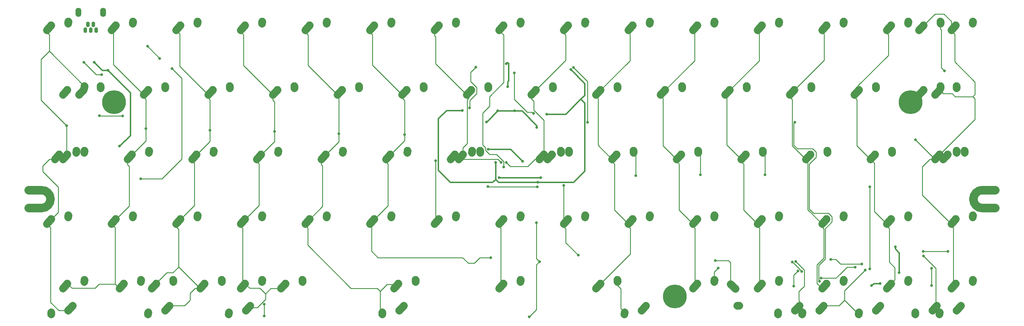
<source format=gtl>
G04 #@! TF.GenerationSoftware,KiCad,Pcbnew,(5.1.2-1)-1*
G04 #@! TF.CreationDate,2020-04-19T17:31:10+02:00*
G04 #@! TF.ProjectId,kicad_pcb,6b696361-645f-4706-9362-2e6b69636164,rev?*
G04 #@! TF.SameCoordinates,Original*
G04 #@! TF.FileFunction,Copper,L1,Top*
G04 #@! TF.FilePolarity,Positive*
%FSLAX46Y46*%
G04 Gerber Fmt 4.6, Leading zero omitted, Abs format (unit mm)*
G04 Created by KiCad (PCBNEW (5.1.2-1)-1) date 2020-04-19 17:31:10*
%MOMM*%
%LPD*%
G04 APERTURE LIST*
%ADD10C,2.501900*%
%ADD11C,7.001300*%
%ADD12C,7.000240*%
%ADD13C,1.000000*%
%ADD14C,2.250000*%
%ADD15C,2.250000*%
%ADD16O,1.700000X2.700000*%
%ADD17O,1.100000X1.650000*%
%ADD18C,0.800000*%
%ADD19C,0.381000*%
%ADD20C,0.250000*%
G04 APERTURE END LIST*
D10*
X345087500Y-93861550D02*
X348887500Y-93861550D01*
X345087500Y-99163450D02*
G75*
G02X342436550Y-96512500I0J2650950D01*
G01*
X342436550Y-96512500D02*
G75*
G02X345087500Y-93861550I2650950J0D01*
G01*
X345087500Y-99163450D02*
X348937500Y-99163450D01*
X63887500Y-99163450D02*
X67687500Y-99163450D01*
X70338450Y-96512500D02*
G75*
G03X67687500Y-93861550I-2650950J0D01*
G01*
X67687500Y-99163450D02*
G75*
G03X70338450Y-96512500I0J2650950D01*
G01*
X63887500Y-93861550D02*
X67687500Y-93861550D01*
D11*
X89087500Y-67912500D03*
D12*
X254387500Y-125212500D03*
X323937500Y-67912500D03*
D13*
X89087500Y-65612500D03*
X86787500Y-67912500D03*
X91387500Y-67912500D03*
X89087500Y-70212500D03*
X87461154Y-66286154D03*
X90713846Y-66286154D03*
X87461154Y-69538846D03*
X90713846Y-69538846D03*
X323937500Y-65612500D03*
X323937500Y-70212500D03*
X325386500Y-70294500D03*
X322465500Y-70294500D03*
X322592500Y-65595500D03*
X325386500Y-65595500D03*
D14*
X70505000Y-130202500D03*
D15*
X70525000Y-129912500D02*
X70485000Y-130492500D01*
D14*
X70485000Y-130492500D03*
X76179999Y-128682500D03*
D15*
X76835000Y-127952500D02*
X75524998Y-129412500D01*
D14*
X75525000Y-129412500D03*
X96976250Y-120622500D03*
D15*
X96956250Y-120912500D02*
X96996250Y-120332500D01*
D14*
X96996250Y-120332500D03*
X91301251Y-122142500D03*
D15*
X90646250Y-122872500D02*
X91956252Y-121412500D01*
D14*
X91956250Y-121412500D03*
X115768750Y-121412500D03*
X115113751Y-122142500D03*
D15*
X114458750Y-122872500D02*
X115768752Y-121412500D01*
D14*
X120808750Y-120332500D03*
X120788750Y-120622500D03*
D15*
X120768750Y-120912500D02*
X120808750Y-120332500D01*
D14*
X139581250Y-121412500D03*
X138926251Y-122142500D03*
D15*
X138271250Y-122872500D02*
X139581252Y-121412500D01*
D14*
X144621250Y-120332500D03*
X144601250Y-120622500D03*
D15*
X144581250Y-120912500D02*
X144621250Y-120332500D01*
D14*
X177938750Y-120622500D03*
D15*
X177918750Y-120912500D02*
X177958750Y-120332500D01*
D14*
X177958750Y-120332500D03*
X172263751Y-122142500D03*
D15*
X171608750Y-122872500D02*
X172918752Y-121412500D01*
D14*
X172918750Y-121412500D03*
X80307500Y-120622500D03*
D15*
X80287500Y-120912500D02*
X80327500Y-120332500D01*
D14*
X80327500Y-120332500D03*
X74632501Y-122142500D03*
D15*
X73977500Y-122872500D02*
X75287502Y-121412500D01*
D14*
X75287500Y-121412500D03*
X106501250Y-120622500D03*
D15*
X106481250Y-120912500D02*
X106521250Y-120332500D01*
D14*
X106521250Y-120332500D03*
X100826251Y-122142500D03*
D15*
X100171250Y-122872500D02*
X101481252Y-121412500D01*
D14*
X101481250Y-121412500D03*
X127675000Y-121412500D03*
X127020001Y-122142500D03*
D15*
X126365000Y-122872500D02*
X127675002Y-121412500D01*
D14*
X132715000Y-120332500D03*
X132695000Y-120622500D03*
D15*
X132675000Y-120912500D02*
X132715000Y-120332500D01*
D14*
X273077500Y-127932500D03*
D15*
X272787500Y-127912500D02*
X273367500Y-127952500D01*
D14*
X273367500Y-127952500D03*
X271557500Y-122257501D03*
D15*
X270827500Y-121602500D02*
X272287500Y-122912502D01*
D14*
X272287500Y-122912500D03*
X291961250Y-130202500D03*
D15*
X291981250Y-129912500D02*
X291941250Y-130492500D01*
D14*
X291941250Y-130492500D03*
X297636249Y-128682500D03*
D15*
X298291250Y-127952500D02*
X296981248Y-129412500D01*
D14*
X296981250Y-129412500D03*
X325298750Y-130202500D03*
D15*
X325318750Y-129912500D02*
X325278750Y-130492500D01*
D14*
X325278750Y-130492500D03*
X330973749Y-128682500D03*
D15*
X331628750Y-127952500D02*
X330318748Y-129412500D01*
D14*
X330318750Y-129412500D03*
X284817500Y-130202500D03*
D15*
X284837500Y-129912500D02*
X284797500Y-130492500D01*
D14*
X284797500Y-130492500D03*
X290492499Y-128682500D03*
D15*
X291147500Y-127952500D02*
X289837498Y-129412500D01*
D14*
X289837500Y-129412500D03*
X239573750Y-130202500D03*
D15*
X239593750Y-129912500D02*
X239553750Y-130492500D01*
D14*
X239553750Y-130492500D03*
X245248749Y-128682500D03*
D15*
X245903750Y-127952500D02*
X244593748Y-129412500D01*
D14*
X244593750Y-129412500D03*
X168136250Y-130202500D03*
D15*
X168156250Y-129912500D02*
X168116250Y-130492500D01*
D14*
X168116250Y-130492500D03*
X173811249Y-128682500D03*
D15*
X174466250Y-127952500D02*
X173156248Y-129412500D01*
D14*
X173156250Y-129412500D03*
X70525000Y-45212500D03*
X69870001Y-45942500D03*
D15*
X69215000Y-46672500D02*
X70525002Y-45212500D01*
D14*
X75565000Y-44132500D03*
X75545000Y-44422500D03*
D15*
X75525000Y-44712500D02*
X75565000Y-44132500D01*
D14*
X94595000Y-44422500D03*
D15*
X94575000Y-44712500D02*
X94615000Y-44132500D01*
D14*
X94615000Y-44132500D03*
X88920001Y-45942500D03*
D15*
X88265000Y-46672500D02*
X89575002Y-45212500D01*
D14*
X89575000Y-45212500D03*
X108625000Y-45212500D03*
X107970001Y-45942500D03*
D15*
X107315000Y-46672500D02*
X108625002Y-45212500D01*
D14*
X113665000Y-44132500D03*
X113645000Y-44422500D03*
D15*
X113625000Y-44712500D02*
X113665000Y-44132500D01*
D14*
X127675000Y-45212500D03*
X127020001Y-45942500D03*
D15*
X126365000Y-46672500D02*
X127675002Y-45212500D01*
D14*
X132715000Y-44132500D03*
X132695000Y-44422500D03*
D15*
X132675000Y-44712500D02*
X132715000Y-44132500D01*
D14*
X151745000Y-44422500D03*
D15*
X151725000Y-44712500D02*
X151765000Y-44132500D01*
D14*
X151765000Y-44132500D03*
X146070001Y-45942500D03*
D15*
X145415000Y-46672500D02*
X146725002Y-45212500D01*
D14*
X146725000Y-45212500D03*
X170795000Y-44422500D03*
D15*
X170775000Y-44712500D02*
X170815000Y-44132500D01*
D14*
X170815000Y-44132500D03*
X165120001Y-45942500D03*
D15*
X164465000Y-46672500D02*
X165775002Y-45212500D01*
D14*
X165775000Y-45212500D03*
X189845000Y-44422500D03*
D15*
X189825000Y-44712500D02*
X189865000Y-44132500D01*
D14*
X189865000Y-44132500D03*
X184170001Y-45942500D03*
D15*
X183515000Y-46672500D02*
X184825002Y-45212500D01*
D14*
X184825000Y-45212500D03*
X208895000Y-44422500D03*
D15*
X208875000Y-44712500D02*
X208915000Y-44132500D01*
D14*
X208915000Y-44132500D03*
X203220001Y-45942500D03*
D15*
X202565000Y-46672500D02*
X203875002Y-45212500D01*
D14*
X203875000Y-45212500D03*
X227945000Y-44422500D03*
D15*
X227925000Y-44712500D02*
X227965000Y-44132500D01*
D14*
X227965000Y-44132500D03*
X222270001Y-45942500D03*
D15*
X221615000Y-46672500D02*
X222925002Y-45212500D01*
D14*
X222925000Y-45212500D03*
X246995000Y-44422500D03*
D15*
X246975000Y-44712500D02*
X247015000Y-44132500D01*
D14*
X247015000Y-44132500D03*
X241320001Y-45942500D03*
D15*
X240665000Y-46672500D02*
X241975002Y-45212500D01*
D14*
X241975000Y-45212500D03*
X266045000Y-44422500D03*
D15*
X266025000Y-44712500D02*
X266065000Y-44132500D01*
D14*
X266065000Y-44132500D03*
X260370001Y-45942500D03*
D15*
X259715000Y-46672500D02*
X261025002Y-45212500D01*
D14*
X261025000Y-45212500D03*
X280075000Y-45212500D03*
X279420001Y-45942500D03*
D15*
X278765000Y-46672500D02*
X280075002Y-45212500D01*
D14*
X285115000Y-44132500D03*
X285095000Y-44422500D03*
D15*
X285075000Y-44712500D02*
X285115000Y-44132500D01*
D14*
X304145000Y-44422500D03*
D15*
X304125000Y-44712500D02*
X304165000Y-44132500D01*
D14*
X304165000Y-44132500D03*
X298470001Y-45942500D03*
D15*
X297815000Y-46672500D02*
X299125002Y-45212500D01*
D14*
X299125000Y-45212500D03*
X318175000Y-45212500D03*
X317520001Y-45942500D03*
D15*
X316865000Y-46672500D02*
X318175002Y-45212500D01*
D14*
X323215000Y-44132500D03*
X323195000Y-44422500D03*
D15*
X323175000Y-44712500D02*
X323215000Y-44132500D01*
D14*
X342245000Y-44422500D03*
D15*
X342225000Y-44712500D02*
X342265000Y-44132500D01*
D14*
X342265000Y-44132500D03*
X336570001Y-45942500D03*
D15*
X335915000Y-46672500D02*
X337225002Y-45212500D01*
D14*
X337225000Y-45212500D03*
X80050000Y-64262500D03*
X79395001Y-64992500D03*
D15*
X78740000Y-65722500D02*
X80050002Y-64262500D01*
D14*
X85090000Y-63182500D03*
X85070000Y-63472500D03*
D15*
X85050000Y-63762500D02*
X85090000Y-63182500D01*
D14*
X99100000Y-64262500D03*
X98445001Y-64992500D03*
D15*
X97790000Y-65722500D02*
X99100002Y-64262500D01*
D14*
X104140000Y-63182500D03*
X104120000Y-63472500D03*
D15*
X104100000Y-63762500D02*
X104140000Y-63182500D01*
D14*
X118150000Y-64262500D03*
X117495001Y-64992500D03*
D15*
X116840000Y-65722500D02*
X118150002Y-64262500D01*
D14*
X123190000Y-63182500D03*
X123170000Y-63472500D03*
D15*
X123150000Y-63762500D02*
X123190000Y-63182500D01*
D14*
X137200000Y-64262500D03*
X136545001Y-64992500D03*
D15*
X135890000Y-65722500D02*
X137200002Y-64262500D01*
D14*
X142240000Y-63182500D03*
X142220000Y-63472500D03*
D15*
X142200000Y-63762500D02*
X142240000Y-63182500D01*
D14*
X156250000Y-64262500D03*
X155595001Y-64992500D03*
D15*
X154940000Y-65722500D02*
X156250002Y-64262500D01*
D14*
X161290000Y-63182500D03*
X161270000Y-63472500D03*
D15*
X161250000Y-63762500D02*
X161290000Y-63182500D01*
D14*
X175300000Y-64262500D03*
X174645001Y-64992500D03*
D15*
X173990000Y-65722500D02*
X175300002Y-64262500D01*
D14*
X180340000Y-63182500D03*
X180320000Y-63472500D03*
D15*
X180300000Y-63762500D02*
X180340000Y-63182500D01*
D14*
X194350000Y-64262500D03*
X193695001Y-64992500D03*
D15*
X193040000Y-65722500D02*
X194350002Y-64262500D01*
D14*
X199390000Y-63182500D03*
X199370000Y-63472500D03*
D15*
X199350000Y-63762500D02*
X199390000Y-63182500D01*
D14*
X218420000Y-63472500D03*
D15*
X218400000Y-63762500D02*
X218440000Y-63182500D01*
D14*
X218440000Y-63182500D03*
X212745001Y-64992500D03*
D15*
X212090000Y-65722500D02*
X213400002Y-64262500D01*
D14*
X213400000Y-64262500D03*
X237470000Y-63472500D03*
D15*
X237450000Y-63762500D02*
X237490000Y-63182500D01*
D14*
X237490000Y-63182500D03*
X231795001Y-64992500D03*
D15*
X231140000Y-65722500D02*
X232450002Y-64262500D01*
D14*
X232450000Y-64262500D03*
X256520000Y-63472500D03*
D15*
X256500000Y-63762500D02*
X256540000Y-63182500D01*
D14*
X256540000Y-63182500D03*
X250845001Y-64992500D03*
D15*
X250190000Y-65722500D02*
X251500002Y-64262500D01*
D14*
X251500000Y-64262500D03*
X270550000Y-64262500D03*
X269895001Y-64992500D03*
D15*
X269240000Y-65722500D02*
X270550002Y-64262500D01*
D14*
X275590000Y-63182500D03*
X275570000Y-63472500D03*
D15*
X275550000Y-63762500D02*
X275590000Y-63182500D01*
D14*
X289600000Y-64262500D03*
X288945001Y-64992500D03*
D15*
X288290000Y-65722500D02*
X289600002Y-64262500D01*
D14*
X294640000Y-63182500D03*
X294620000Y-63472500D03*
D15*
X294600000Y-63762500D02*
X294640000Y-63182500D01*
D14*
X308650000Y-64262500D03*
X307995001Y-64992500D03*
D15*
X307340000Y-65722500D02*
X308650002Y-64262500D01*
D14*
X313690000Y-63182500D03*
X313670000Y-63472500D03*
D15*
X313650000Y-63762500D02*
X313690000Y-63182500D01*
D14*
X332720000Y-63472500D03*
D15*
X332700000Y-63762500D02*
X332740000Y-63182500D01*
D14*
X332740000Y-63182500D03*
X327045001Y-64992500D03*
D15*
X326390000Y-65722500D02*
X327700002Y-64262500D01*
D14*
X327700000Y-64262500D03*
X75287500Y-83312500D03*
X74632501Y-84042500D03*
D15*
X73977500Y-84772500D02*
X75287502Y-83312500D01*
D14*
X80327500Y-82232500D03*
X80307500Y-82522500D03*
D15*
X80287500Y-82812500D02*
X80327500Y-82232500D01*
D14*
X94337500Y-83312500D03*
X93682501Y-84042500D03*
D15*
X93027500Y-84772500D02*
X94337502Y-83312500D01*
D14*
X99377500Y-82232500D03*
X99357500Y-82522500D03*
D15*
X99337500Y-82812500D02*
X99377500Y-82232500D01*
D14*
X113387500Y-83312500D03*
X112732501Y-84042500D03*
D15*
X112077500Y-84772500D02*
X113387502Y-83312500D01*
D14*
X118427500Y-82232500D03*
X118407500Y-82522500D03*
D15*
X118387500Y-82812500D02*
X118427500Y-82232500D01*
D14*
X132437500Y-83312500D03*
X131782501Y-84042500D03*
D15*
X131127500Y-84772500D02*
X132437502Y-83312500D01*
D14*
X137477500Y-82232500D03*
X137457500Y-82522500D03*
D15*
X137437500Y-82812500D02*
X137477500Y-82232500D01*
D14*
X151487500Y-83312500D03*
X150832501Y-84042500D03*
D15*
X150177500Y-84772500D02*
X151487502Y-83312500D01*
D14*
X156527500Y-82232500D03*
X156507500Y-82522500D03*
D15*
X156487500Y-82812500D02*
X156527500Y-82232500D01*
D14*
X175557500Y-82522500D03*
D15*
X175537500Y-82812500D02*
X175577500Y-82232500D01*
D14*
X175577500Y-82232500D03*
X169882501Y-84042500D03*
D15*
X169227500Y-84772500D02*
X170537502Y-83312500D01*
D14*
X170537500Y-83312500D03*
X189587500Y-83312500D03*
X188932501Y-84042500D03*
D15*
X188277500Y-84772500D02*
X189587502Y-83312500D01*
D14*
X194627500Y-82232500D03*
X194607500Y-82522500D03*
D15*
X194587500Y-82812500D02*
X194627500Y-82232500D01*
D14*
X223182500Y-82522500D03*
D15*
X223162500Y-82812500D02*
X223202500Y-82232500D01*
D14*
X223202500Y-82232500D03*
X217507501Y-84042500D03*
D15*
X216852500Y-84772500D02*
X218162502Y-83312500D01*
D14*
X218162500Y-83312500D03*
X242232500Y-82522500D03*
D15*
X242212500Y-82812500D02*
X242252500Y-82232500D01*
D14*
X242252500Y-82232500D03*
X236557501Y-84042500D03*
D15*
X235902500Y-84772500D02*
X237212502Y-83312500D01*
D14*
X237212500Y-83312500D03*
X261282500Y-82522500D03*
D15*
X261262500Y-82812500D02*
X261302500Y-82232500D01*
D14*
X261302500Y-82232500D03*
X255607501Y-84042500D03*
D15*
X254952500Y-84772500D02*
X256262502Y-83312500D01*
D14*
X256262500Y-83312500D03*
X275312500Y-83312500D03*
X274657501Y-84042500D03*
D15*
X274002500Y-84772500D02*
X275312502Y-83312500D01*
D14*
X280352500Y-82232500D03*
X280332500Y-82522500D03*
D15*
X280312500Y-82812500D02*
X280352500Y-82232500D01*
D14*
X299382500Y-82522500D03*
D15*
X299362500Y-82812500D02*
X299402500Y-82232500D01*
D14*
X299402500Y-82232500D03*
X293707501Y-84042500D03*
D15*
X293052500Y-84772500D02*
X294362502Y-83312500D01*
D14*
X294362500Y-83312500D03*
X313412500Y-83312500D03*
X312757501Y-84042500D03*
D15*
X312102500Y-84772500D02*
X313412502Y-83312500D01*
D14*
X318452500Y-82232500D03*
X318432500Y-82522500D03*
D15*
X318412500Y-82812500D02*
X318452500Y-82232500D01*
D14*
X337482500Y-82522500D03*
D15*
X337462500Y-82812500D02*
X337502500Y-82232500D01*
D14*
X337502500Y-82232500D03*
X331807501Y-84042500D03*
D15*
X331152500Y-84772500D02*
X332462502Y-83312500D01*
D14*
X332462500Y-83312500D03*
X75545000Y-101572500D03*
D15*
X75525000Y-101862500D02*
X75565000Y-101282500D01*
D14*
X75565000Y-101282500D03*
X69870001Y-103092500D03*
D15*
X69215000Y-103822500D02*
X70525002Y-102362500D01*
D14*
X70525000Y-102362500D03*
X89575000Y-102362500D03*
X88920001Y-103092500D03*
D15*
X88265000Y-103822500D02*
X89575002Y-102362500D01*
D14*
X94615000Y-101282500D03*
X94595000Y-101572500D03*
D15*
X94575000Y-101862500D02*
X94615000Y-101282500D01*
D14*
X108625000Y-102362500D03*
X107970001Y-103092500D03*
D15*
X107315000Y-103822500D02*
X108625002Y-102362500D01*
D14*
X113665000Y-101282500D03*
X113645000Y-101572500D03*
D15*
X113625000Y-101862500D02*
X113665000Y-101282500D01*
D14*
X127675000Y-102362500D03*
X127020001Y-103092500D03*
D15*
X126365000Y-103822500D02*
X127675002Y-102362500D01*
D14*
X132715000Y-101282500D03*
X132695000Y-101572500D03*
D15*
X132675000Y-101862500D02*
X132715000Y-101282500D01*
D14*
X146725000Y-102362500D03*
X146070001Y-103092500D03*
D15*
X145415000Y-103822500D02*
X146725002Y-102362500D01*
D14*
X151765000Y-101282500D03*
X151745000Y-101572500D03*
D15*
X151725000Y-101862500D02*
X151765000Y-101282500D01*
D14*
X165775000Y-102362500D03*
X165120001Y-103092500D03*
D15*
X164465000Y-103822500D02*
X165775002Y-102362500D01*
D14*
X170815000Y-101282500D03*
X170795000Y-101572500D03*
D15*
X170775000Y-101862500D02*
X170815000Y-101282500D01*
D14*
X189845000Y-101572500D03*
D15*
X189825000Y-101862500D02*
X189865000Y-101282500D01*
D14*
X189865000Y-101282500D03*
X184170001Y-103092500D03*
D15*
X183515000Y-103822500D02*
X184825002Y-102362500D01*
D14*
X184825000Y-102362500D03*
X208895000Y-101572500D03*
D15*
X208875000Y-101862500D02*
X208915000Y-101282500D01*
D14*
X208915000Y-101282500D03*
X203220001Y-103092500D03*
D15*
X202565000Y-103822500D02*
X203875002Y-102362500D01*
D14*
X203875000Y-102362500D03*
X222925000Y-102362500D03*
X222270001Y-103092500D03*
D15*
X221615000Y-103822500D02*
X222925002Y-102362500D01*
D14*
X227965000Y-101282500D03*
X227945000Y-101572500D03*
D15*
X227925000Y-101862500D02*
X227965000Y-101282500D01*
D14*
X246995000Y-101572500D03*
D15*
X246975000Y-101862500D02*
X247015000Y-101282500D01*
D14*
X247015000Y-101282500D03*
X241320001Y-103092500D03*
D15*
X240665000Y-103822500D02*
X241975002Y-102362500D01*
D14*
X241975000Y-102362500D03*
X266045000Y-101572500D03*
D15*
X266025000Y-101862500D02*
X266065000Y-101282500D01*
D14*
X266065000Y-101282500D03*
X260370001Y-103092500D03*
D15*
X259715000Y-103822500D02*
X261025002Y-102362500D01*
D14*
X261025000Y-102362500D03*
X280075000Y-102362500D03*
X279420001Y-103092500D03*
D15*
X278765000Y-103822500D02*
X280075002Y-102362500D01*
D14*
X285115000Y-101282500D03*
X285095000Y-101572500D03*
D15*
X285075000Y-101862500D02*
X285115000Y-101282500D01*
D14*
X304145000Y-101572500D03*
D15*
X304125000Y-101862500D02*
X304165000Y-101282500D01*
D14*
X304165000Y-101282500D03*
X298470001Y-103092500D03*
D15*
X297815000Y-103822500D02*
X299125002Y-102362500D01*
D14*
X299125000Y-102362500D03*
X323195000Y-101572500D03*
D15*
X323175000Y-101862500D02*
X323215000Y-101282500D01*
D14*
X323215000Y-101282500D03*
X317520001Y-103092500D03*
D15*
X316865000Y-103822500D02*
X318175002Y-102362500D01*
D14*
X318175000Y-102362500D03*
X342245000Y-101572500D03*
D15*
X342225000Y-101862500D02*
X342265000Y-101282500D01*
D14*
X342265000Y-101282500D03*
X336570001Y-103092500D03*
D15*
X335915000Y-103822500D02*
X337225002Y-102362500D01*
D14*
X337225000Y-102362500D03*
X203875000Y-121412500D03*
X203220001Y-122142500D03*
D15*
X202565000Y-122872500D02*
X203875002Y-121412500D01*
D14*
X208915000Y-120332500D03*
X208895000Y-120622500D03*
D15*
X208875000Y-120912500D02*
X208915000Y-120332500D01*
D14*
X237470000Y-120622500D03*
D15*
X237450000Y-120912500D02*
X237490000Y-120332500D01*
D14*
X237490000Y-120332500D03*
X231795001Y-122142500D03*
D15*
X231140000Y-122872500D02*
X232450002Y-121412500D01*
D14*
X232450000Y-121412500D03*
X266045000Y-120622500D03*
D15*
X266025000Y-120912500D02*
X266065000Y-120332500D01*
D14*
X266065000Y-120332500D03*
X260370001Y-122142500D03*
D15*
X259715000Y-122872500D02*
X261025002Y-121412500D01*
D14*
X261025000Y-121412500D03*
X280075000Y-121412500D03*
X279420001Y-122142500D03*
D15*
X278765000Y-122872500D02*
X280075002Y-121412500D01*
D14*
X285115000Y-120332500D03*
X285095000Y-120622500D03*
D15*
X285075000Y-120912500D02*
X285115000Y-120332500D01*
D14*
X304145000Y-120622500D03*
D15*
X304125000Y-120912500D02*
X304165000Y-120332500D01*
D14*
X304165000Y-120332500D03*
X298470001Y-122142500D03*
D15*
X297815000Y-122872500D02*
X299125002Y-121412500D01*
D14*
X299125000Y-121412500D03*
X323195000Y-120622500D03*
D15*
X323175000Y-120912500D02*
X323215000Y-120332500D01*
D14*
X323215000Y-120332500D03*
X317520001Y-122142500D03*
D15*
X316865000Y-122872500D02*
X318175002Y-121412500D01*
D14*
X318175000Y-121412500D03*
X342245000Y-120622500D03*
D15*
X342225000Y-120912500D02*
X342265000Y-120332500D01*
D14*
X342265000Y-120332500D03*
X336570001Y-122142500D03*
D15*
X335915000Y-122872500D02*
X337225002Y-121412500D01*
D14*
X337225000Y-121412500D03*
X80307500Y-63472500D03*
D15*
X80287500Y-63762500D02*
X80327500Y-63182500D01*
D14*
X80327500Y-63182500D03*
X74632501Y-64992500D03*
D15*
X73977500Y-65722500D02*
X75287502Y-64262500D01*
D14*
X75287500Y-64262500D03*
X332462500Y-64262500D03*
X331807501Y-64992500D03*
D15*
X331152500Y-65722500D02*
X332462502Y-64262500D01*
D14*
X337502500Y-63182500D03*
X337482500Y-63472500D03*
D15*
X337462500Y-63762500D02*
X337502500Y-63182500D01*
D14*
X77926250Y-82522500D03*
D15*
X77906250Y-82812500D02*
X77946250Y-82232500D01*
D14*
X77946250Y-82232500D03*
X72251251Y-84042500D03*
D15*
X71596250Y-84772500D02*
X72906252Y-83312500D01*
D14*
X72906250Y-83312500D03*
X191968750Y-83312500D03*
X191313751Y-84042500D03*
D15*
X190658750Y-84772500D02*
X191968752Y-83312500D01*
D14*
X197008750Y-82232500D03*
X196988750Y-82522500D03*
D15*
X196968750Y-82812500D02*
X197008750Y-82232500D01*
D14*
X220801250Y-82522500D03*
D15*
X220781250Y-82812500D02*
X220821250Y-82232500D01*
D14*
X220821250Y-82232500D03*
X215126251Y-84042500D03*
D15*
X214471250Y-84772500D02*
X215781252Y-83312500D01*
D14*
X215781250Y-83312500D03*
X334843750Y-83312500D03*
X334188751Y-84042500D03*
D15*
X333533750Y-84772500D02*
X334843752Y-83312500D01*
D14*
X339883750Y-82232500D03*
X339863750Y-82522500D03*
D15*
X339843750Y-82812500D02*
X339883750Y-82232500D01*
D14*
X332720000Y-44422500D03*
D15*
X332700000Y-44712500D02*
X332740000Y-44132500D01*
D14*
X332740000Y-44132500D03*
X327045001Y-45942500D03*
D15*
X326390000Y-46672500D02*
X327700002Y-45212500D01*
D14*
X327700000Y-45212500D03*
X308630000Y-130202500D03*
D15*
X308650000Y-129912500D02*
X308610000Y-130492500D01*
D14*
X308610000Y-130492500D03*
X314304999Y-128682500D03*
D15*
X314960000Y-127952500D02*
X313649998Y-129412500D01*
D14*
X313650000Y-129412500D03*
X104100000Y-129412500D03*
X104754999Y-128682500D03*
D15*
X105410000Y-127952500D02*
X104099998Y-129412500D01*
D14*
X99060000Y-130492500D03*
X99080000Y-130202500D03*
D15*
X99100000Y-129912500D02*
X99060000Y-130492500D01*
D14*
X122892500Y-130202500D03*
D15*
X122912500Y-129912500D02*
X122872500Y-130492500D01*
D14*
X122872500Y-130492500D03*
X128567499Y-128682500D03*
D15*
X129222500Y-127952500D02*
X127912498Y-129412500D01*
D14*
X127912500Y-129412500D03*
X332442500Y-130202500D03*
D15*
X332462500Y-129912500D02*
X332422500Y-130492500D01*
D14*
X332422500Y-130492500D03*
X338117499Y-128682500D03*
D15*
X338772500Y-127952500D02*
X337462498Y-129412500D01*
D14*
X337462500Y-129412500D03*
X208895000Y-120622500D03*
D15*
X208875000Y-120912500D02*
X208915000Y-120332500D01*
D14*
X208915000Y-120332500D03*
X203220001Y-122142500D03*
D15*
X202565000Y-122872500D02*
X203875002Y-121412500D01*
D14*
X203875000Y-121412500D03*
X208895000Y-101572500D03*
D15*
X208875000Y-101862500D02*
X208915000Y-101282500D01*
D14*
X208915000Y-101282500D03*
X203220001Y-103092500D03*
D15*
X202565000Y-103822500D02*
X203875002Y-102362500D01*
D14*
X203875000Y-102362500D03*
D16*
X85819000Y-41374000D03*
X78519000Y-41374000D03*
D17*
X83769000Y-46674000D03*
X82969000Y-44974000D03*
X82169000Y-46674000D03*
X81369000Y-44974000D03*
X80569000Y-46674000D03*
D18*
X202565000Y-90170000D03*
X214884000Y-90170000D03*
X204700000Y-56560500D03*
X205105000Y-63373000D03*
X319405000Y-110617000D03*
X320548000Y-118237000D03*
X314960000Y-121412000D03*
X312420000Y-122047000D03*
X213995000Y-91567000D03*
X191770000Y-70358000D03*
X90678000Y-80899000D03*
X216693750Y-71437500D03*
X201553653Y-85720347D03*
X87247500Y-58548500D03*
X198882000Y-73787000D03*
X202184000Y-70485000D03*
X207137000Y-70485000D03*
X209550000Y-85344000D03*
X199353000Y-81788000D03*
X213690500Y-75387500D03*
X83185000Y-56134000D03*
X223755130Y-58285490D03*
X102554250Y-55056250D03*
X98933000Y-51435000D03*
X75102499Y-74884501D03*
X98425000Y-75692000D03*
X212725000Y-71247000D03*
X106172000Y-58010500D03*
X96901000Y-90551000D03*
X207100001Y-59272001D03*
X85420520Y-59766520D03*
X80137000Y-56134000D03*
X117348000Y-76200000D03*
X136394510Y-76577510D03*
X155321000Y-77216000D03*
X174752000Y-77470000D03*
X266319000Y-114681000D03*
X200152000Y-113792000D03*
X203975000Y-87008000D03*
X290068000Y-114935000D03*
X309499000Y-115697000D03*
X300355000Y-114300000D03*
X325362459Y-78982459D03*
X91568750Y-71943750D03*
X84709000Y-71882000D03*
X333883000Y-58674000D03*
X242887500Y-89598500D03*
X261937500Y-89344500D03*
X280987500Y-89344500D03*
X133354653Y-127512653D03*
X133350000Y-130968750D03*
X267208000Y-116840000D03*
X193908314Y-69632999D03*
X228695250Y-73818750D03*
X289782250Y-73818750D03*
X297073990Y-120777000D03*
X195707000Y-57560490D03*
X224536000Y-57658000D03*
X213848275Y-92856725D03*
X199263000Y-92837000D03*
X311912000Y-117094000D03*
X311880250Y-92868750D03*
X213614000Y-103505000D03*
X214503000Y-114955990D03*
X211516750Y-131256250D03*
X289072367Y-115028373D03*
X297524000Y-119813596D03*
X307594000Y-116586000D03*
X291846000Y-117856000D03*
X327691750Y-111918750D03*
X334930750Y-111918750D03*
X183867500Y-85217000D03*
X203200000Y-85725000D03*
X221615000Y-92456000D03*
X204724000Y-85725000D03*
X225933000Y-113055980D03*
X327706970Y-113330970D03*
X289433000Y-122211000D03*
X290699322Y-117732204D03*
X330073000Y-122047000D03*
X330073000Y-116967000D03*
X310515000Y-117475000D03*
D19*
X202565000Y-90170000D02*
X214884000Y-90170000D01*
X204700000Y-56560500D02*
X204999500Y-56261000D01*
X204999500Y-56261000D02*
X205105000Y-56261000D01*
X205105000Y-56261000D02*
X205359000Y-56515000D01*
X205359000Y-56515000D02*
X205359000Y-61595000D01*
X205105000Y-61849000D02*
X205105000Y-63373000D01*
X205359000Y-61595000D02*
X205105000Y-61849000D01*
X319405000Y-111182685D02*
X320548000Y-112325685D01*
X319405000Y-110617000D02*
X319405000Y-111182685D01*
X320548000Y-112325685D02*
X320548000Y-118237000D01*
X313055000Y-121412000D02*
X312420000Y-122047000D01*
X314960000Y-121412000D02*
X313055000Y-121412000D01*
X227838000Y-69088000D02*
X227838000Y-88265000D01*
X224536000Y-91567000D02*
X213995000Y-91567000D01*
X227838000Y-88265000D02*
X224536000Y-91567000D01*
X184658000Y-88011000D02*
X188214000Y-91567000D01*
X204851000Y-91567000D02*
X213995000Y-91567000D01*
X184658000Y-72771000D02*
X184658000Y-88011000D01*
X187071000Y-70358000D02*
X184658000Y-72771000D01*
X191770000Y-70358000D02*
X187071000Y-70358000D01*
X216693750Y-71437500D02*
X222250000Y-71437500D01*
X201553653Y-86286032D02*
X201549000Y-86290685D01*
X201553653Y-85720347D02*
X201553653Y-86286032D01*
X93853000Y-65151000D02*
X87503000Y-58801000D01*
X87503000Y-58801000D02*
X87500000Y-58801000D01*
X93853000Y-77724000D02*
X93853000Y-65151000D01*
X87500000Y-58801000D02*
X87247500Y-58548500D01*
X90678000Y-80899000D02*
X93853000Y-77724000D01*
X87247500Y-58548500D02*
X87247500Y-58545500D01*
X226726750Y-67087750D02*
X227838000Y-68199000D01*
X226599750Y-67087750D02*
X226726750Y-67087750D01*
X227838000Y-68199000D02*
X227838000Y-69088000D01*
X222250000Y-71437500D02*
X226599750Y-67087750D01*
X201549000Y-90678000D02*
X202438000Y-91567000D01*
X201549000Y-90297000D02*
X201549000Y-90678000D01*
X202438000Y-91567000D02*
X204851000Y-91567000D01*
X201549000Y-86290685D02*
X201549000Y-90297000D01*
X201549000Y-90678000D02*
X200660000Y-91567000D01*
X188214000Y-91567000D02*
X200660000Y-91567000D01*
X198882000Y-73787000D02*
X199281999Y-73387001D01*
X199281999Y-73387001D02*
X202184000Y-70485000D01*
X202184000Y-70485000D02*
X207137000Y-70485000D01*
X205994000Y-81788000D02*
X199353000Y-81788000D01*
X209550000Y-85344000D02*
X205994000Y-81788000D01*
X207702685Y-70485000D02*
X207137000Y-70485000D01*
X209353685Y-70485000D02*
X207702685Y-70485000D01*
X213690500Y-74821815D02*
X209353685Y-70485000D01*
X213690500Y-75387500D02*
X213690500Y-74821815D01*
X85599500Y-58548500D02*
X83185000Y-56134000D01*
X87247500Y-58548500D02*
X85599500Y-58548500D01*
X227838000Y-62368360D02*
X223755130Y-58285490D01*
X227838000Y-65849500D02*
X227838000Y-62368360D01*
X226599750Y-67087750D02*
X227838000Y-65849500D01*
D20*
X102554250Y-55056250D02*
X98933000Y-51435000D01*
X69215000Y-46672500D02*
X69215000Y-46863000D01*
X69215000Y-46863000D02*
X69596000Y-47244000D01*
X73977500Y-84772500D02*
X75102499Y-83647501D01*
X73977500Y-84772500D02*
X71596250Y-84772500D01*
X70005260Y-84772500D02*
X68072000Y-86705760D01*
X71596250Y-84772500D02*
X70005260Y-84772500D01*
X68072000Y-86705760D02*
X68072000Y-88392000D01*
X68072000Y-88392000D02*
X72644000Y-92964000D01*
X72644000Y-100393500D02*
X69215000Y-103822500D01*
X72644000Y-92964000D02*
X72644000Y-100393500D01*
X75102499Y-83647501D02*
X75102499Y-74884501D01*
X70339999Y-126981999D02*
X72771000Y-129413000D01*
X72771500Y-129412500D02*
X75525000Y-129412500D01*
X70339999Y-104947499D02*
X70339999Y-126981999D01*
X72771000Y-129413000D02*
X72771500Y-129412500D01*
X69215000Y-103822500D02*
X70339999Y-104947499D01*
X69215000Y-46672500D02*
X69215000Y-47244000D01*
X69215000Y-47244000D02*
X69977000Y-48006000D01*
X80287500Y-63142500D02*
X80287500Y-63762500D01*
X69977000Y-52832000D02*
X80287500Y-63142500D01*
X69977000Y-48006000D02*
X69977000Y-52832000D01*
X75102499Y-74884501D02*
X67527998Y-67310000D01*
X67527998Y-55281002D02*
X69977000Y-52832000D01*
X67527998Y-67310000D02*
X67527998Y-55281002D01*
X89389999Y-104947499D02*
X89389999Y-121616249D01*
X89389999Y-121616249D02*
X90646250Y-122872500D01*
X88265000Y-103822500D02*
X89389999Y-104947499D01*
X93027500Y-86363490D02*
X93532010Y-86868000D01*
X93027500Y-84772500D02*
X93027500Y-86363490D01*
X93532010Y-98555490D02*
X88265000Y-103822500D01*
X93532010Y-86868000D02*
X93532010Y-98555490D01*
X97790000Y-65722500D02*
X97790000Y-66421000D01*
X97790000Y-66421000D02*
X98425000Y-67056000D01*
X98425000Y-79375000D02*
X93027500Y-84772500D01*
X88265000Y-46672500D02*
X88265000Y-47117000D01*
X88265000Y-47117000D02*
X88900000Y-47752000D01*
X88900000Y-56832500D02*
X97790000Y-65722500D01*
X88900000Y-47752000D02*
X88900000Y-56832500D01*
X98425000Y-75692000D02*
X98425000Y-79375000D01*
X98425000Y-67056000D02*
X98425000Y-75692000D01*
X89389999Y-121616249D02*
X84631751Y-121616249D01*
X84631751Y-121616249D02*
X83439000Y-122809000D01*
X76684000Y-122809000D02*
X75287500Y-121412500D01*
X83439000Y-122809000D02*
X76684000Y-122809000D01*
X212325001Y-70847001D02*
X210928001Y-70847001D01*
X212725000Y-71247000D02*
X212325001Y-70847001D01*
X210928001Y-70847001D02*
X207100001Y-67019001D01*
X106172000Y-58010500D02*
X109029500Y-60868000D01*
X109029500Y-60868000D02*
X109029500Y-84709000D01*
X103187500Y-90551000D02*
X96901000Y-90551000D01*
X109029500Y-84709000D02*
X103187500Y-90551000D01*
X207100001Y-67019001D02*
X207100001Y-59272001D01*
X83769520Y-59766520D02*
X80137000Y-56134000D01*
X85420520Y-59766520D02*
X83769520Y-59766520D01*
X112077500Y-84772500D02*
X112077500Y-85280500D01*
X112077500Y-85280500D02*
X112776000Y-85979000D01*
X112776000Y-98361500D02*
X107315000Y-103822500D01*
X112776000Y-85979000D02*
X112776000Y-98361500D01*
X116840000Y-65722500D02*
X116840000Y-66675000D01*
X116840000Y-66675000D02*
X117348000Y-67183000D01*
X117348000Y-79502000D02*
X112077500Y-84772500D01*
X107315000Y-103822500D02*
X107315000Y-104648000D01*
X107315000Y-104648000D02*
X108077000Y-105410000D01*
X108077000Y-116490750D02*
X114458750Y-122872500D01*
X108077000Y-105410000D02*
X108077000Y-116490750D01*
X108439999Y-57322499D02*
X116840000Y-65722500D01*
X108439999Y-47797499D02*
X108439999Y-57322499D01*
X107315000Y-46672500D02*
X108439999Y-47797499D01*
X117348000Y-76200000D02*
X117348000Y-79502000D01*
X117348000Y-67183000D02*
X117348000Y-76200000D01*
X108077000Y-116490750D02*
X108077000Y-116586000D01*
X108077000Y-116586000D02*
X106426000Y-118237000D01*
X100171250Y-122722500D02*
X100171250Y-122872500D01*
X104656750Y-118237000D02*
X100171250Y-122722500D01*
X106426000Y-118237000D02*
X104656750Y-118237000D01*
X114458750Y-122872500D02*
X112966500Y-122872500D01*
X112966500Y-122872500D02*
X111506000Y-124333000D01*
X111506000Y-124333000D02*
X111506000Y-126365000D01*
X109918500Y-127952500D02*
X105410000Y-127952500D01*
X111506000Y-126365000D02*
X109918500Y-127952500D01*
X135890000Y-67313490D02*
X136394510Y-67818000D01*
X135890000Y-65722500D02*
X135890000Y-67313490D01*
X136394510Y-79505490D02*
X131127500Y-84772500D01*
X131127500Y-84772500D02*
X131127500Y-85407500D01*
X131127500Y-85407500D02*
X131826000Y-86106000D01*
X131826000Y-98361500D02*
X126365000Y-103822500D01*
X131826000Y-86106000D02*
X131826000Y-98361500D01*
X126365000Y-103822500D02*
X126365000Y-104394000D01*
X126365000Y-103822500D02*
X126365000Y-104521000D01*
X126365000Y-104521000D02*
X127000000Y-105156000D01*
X127000000Y-105156000D02*
X127000000Y-111601250D01*
X126365000Y-46672500D02*
X126365000Y-47117000D01*
X126365000Y-47117000D02*
X127254000Y-48006000D01*
X127254000Y-57086500D02*
X135890000Y-65722500D01*
X127254000Y-48006000D02*
X127254000Y-57086500D01*
X136394510Y-76577510D02*
X136394510Y-79505490D01*
X136394510Y-67818000D02*
X136394510Y-76577510D01*
X127000000Y-111601250D02*
X127000000Y-111633000D01*
X129222500Y-127952500D02*
X129603500Y-127952500D01*
X129603500Y-127952500D02*
X130175000Y-128524000D01*
X130175000Y-128524000D02*
X131318000Y-128524000D01*
X131318000Y-128524000D02*
X133731000Y-126111000D01*
X133731000Y-126111000D02*
X133731000Y-124460000D01*
X135318500Y-122872500D02*
X138271250Y-122872500D01*
X133731000Y-124460000D02*
X135318500Y-122872500D01*
X129071500Y-122809000D02*
X127675000Y-121412500D01*
X132080000Y-122809000D02*
X129071500Y-122809000D01*
X133731000Y-124460000D02*
X132080000Y-122809000D01*
X127000000Y-120737500D02*
X127675000Y-121412500D01*
X127000000Y-111601250D02*
X127000000Y-120737500D01*
X154940000Y-65722500D02*
X154940000Y-66421000D01*
X154940000Y-66421000D02*
X155321000Y-66802000D01*
X155321000Y-79629000D02*
X150177500Y-84772500D01*
X150177500Y-86363490D02*
X150555010Y-86741000D01*
X150177500Y-84772500D02*
X150177500Y-86363490D01*
X150555010Y-98682490D02*
X145415000Y-103822500D01*
X150555010Y-86741000D02*
X150555010Y-98682490D01*
X145415000Y-46672500D02*
X145415000Y-47244000D01*
X145415000Y-47244000D02*
X146304000Y-48133000D01*
X146304000Y-57086500D02*
X154940000Y-65722500D01*
X146304000Y-48133000D02*
X146304000Y-57086500D01*
X155321000Y-77216000D02*
X155321000Y-79629000D01*
X155321000Y-66802000D02*
X155321000Y-77216000D01*
X167513000Y-129269250D02*
X168156250Y-129912500D01*
X169545000Y-121666000D02*
X167513000Y-123698000D01*
X171608750Y-122078750D02*
X171196000Y-121666000D01*
X171196000Y-121666000D02*
X169545000Y-121666000D01*
X167513000Y-123698000D02*
X167513000Y-129269250D01*
X171608750Y-122872500D02*
X171608750Y-122078750D01*
X146177000Y-110109000D02*
X146177000Y-105029000D01*
X145415000Y-104267000D02*
X145415000Y-103822500D01*
X158940500Y-122872500D02*
X146177000Y-110109000D01*
X146177000Y-105029000D02*
X145415000Y-104267000D01*
X166687500Y-122872500D02*
X158940500Y-122872500D01*
X167513000Y-123698000D02*
X166687500Y-122872500D01*
X164465000Y-46672500D02*
X164465000Y-47244000D01*
X164465000Y-47244000D02*
X165227000Y-48006000D01*
X165227000Y-56959500D02*
X173990000Y-65722500D01*
X165227000Y-48006000D02*
X165227000Y-56959500D01*
X173990000Y-65722500D02*
X173990000Y-66675000D01*
X173990000Y-66675000D02*
X174752000Y-67437000D01*
X174752000Y-79248000D02*
X169227500Y-84772500D01*
X169227500Y-84772500D02*
X169227500Y-85534500D01*
X169227500Y-85534500D02*
X169799000Y-86106000D01*
X169799000Y-98488500D02*
X164465000Y-103822500D01*
X169799000Y-86106000D02*
X169799000Y-98488500D01*
X174752000Y-77470000D02*
X174752000Y-79248000D01*
X174752000Y-67437000D02*
X174752000Y-77470000D01*
X195303960Y-115443000D02*
X196965980Y-113780980D01*
X191885980Y-113780980D02*
X193548000Y-115443000D01*
X200140980Y-113780980D02*
X200152000Y-113792000D01*
X166866980Y-113780980D02*
X191885980Y-113780980D01*
X164973000Y-111887000D02*
X166866980Y-113780980D01*
X196965980Y-113780980D02*
X200140980Y-113780980D01*
X164973000Y-104648000D02*
X164973000Y-111887000D01*
X193548000Y-115443000D02*
X195303960Y-115443000D01*
X164465000Y-104140000D02*
X164973000Y-104648000D01*
X164465000Y-103822500D02*
X164465000Y-104140000D01*
X270827500Y-121602500D02*
X270827500Y-115252500D01*
X270256000Y-114681000D02*
X266319000Y-114681000D01*
X270827500Y-115252500D02*
X270256000Y-114681000D01*
X203073000Y-122364500D02*
X202565000Y-122872500D01*
X203073000Y-105029000D02*
X203073000Y-122364500D01*
X202565000Y-104521000D02*
X203073000Y-105029000D01*
X202565000Y-103822500D02*
X202565000Y-104521000D01*
X291147500Y-128102500D02*
X291147500Y-127952500D01*
X291981250Y-129912500D02*
X291981250Y-130310250D01*
X199771000Y-66294000D02*
X203975000Y-62090000D01*
X203975000Y-62090000D02*
X203975000Y-48082500D01*
X197739000Y-80518000D02*
X197739000Y-71120000D01*
X199771000Y-69088000D02*
X199771000Y-66294000D01*
X201860002Y-83312000D02*
X199771000Y-83312000D01*
X197739000Y-71120000D02*
X199771000Y-69088000D01*
X198628000Y-81407000D02*
X197739000Y-80518000D01*
X203975000Y-48082500D02*
X202565000Y-46672500D01*
X198628000Y-82169000D02*
X198628000Y-81407000D01*
X199771000Y-83312000D02*
X198628000Y-82169000D01*
X203975000Y-85426998D02*
X201860002Y-83312000D01*
X203975000Y-87008000D02*
X203975000Y-85426998D01*
X309499000Y-115697000D02*
X303276000Y-115697000D01*
X301879000Y-114300000D02*
X300355000Y-114300000D01*
X303276000Y-115697000D02*
X301879000Y-114300000D01*
X291147500Y-126555500D02*
X291147500Y-127952500D01*
X290957000Y-123825000D02*
X290957000Y-126365000D01*
X292608000Y-122174000D02*
X290957000Y-123825000D01*
X290957000Y-126365000D02*
X291147500Y-126555500D01*
X292608000Y-117475000D02*
X292608000Y-122174000D01*
X290068000Y-114935000D02*
X292608000Y-117475000D01*
X240665000Y-46672500D02*
X240665000Y-47244000D01*
X240665000Y-47244000D02*
X241173000Y-47752000D01*
X241173000Y-55689500D02*
X231140000Y-65722500D01*
X241173000Y-47752000D02*
X241173000Y-55689500D01*
X231140000Y-65722500D02*
X231140000Y-66167000D01*
X231140000Y-66167000D02*
X231775000Y-66802000D01*
X231775000Y-80645000D02*
X235902500Y-84772500D01*
X231775000Y-66802000D02*
X231775000Y-80645000D01*
X235902500Y-84772500D02*
X235902500Y-85407500D01*
X235902500Y-85407500D02*
X236601000Y-86106000D01*
X236601000Y-99758500D02*
X240665000Y-103822500D01*
X236601000Y-86106000D02*
X236601000Y-99758500D01*
X240665000Y-103822500D02*
X240665000Y-104521000D01*
X240665000Y-104521000D02*
X241300000Y-105156000D01*
X241300000Y-112712500D02*
X231140000Y-122872500D01*
X241300000Y-105156000D02*
X241300000Y-112712500D01*
X259715000Y-46672500D02*
X259715000Y-47117000D01*
X259715000Y-47117000D02*
X260223000Y-47625000D01*
X260223000Y-55689500D02*
X250190000Y-65722500D01*
X260223000Y-47625000D02*
X260223000Y-55689500D01*
X250190000Y-65722500D02*
X250190000Y-66040000D01*
X250190000Y-66040000D02*
X250952000Y-66802000D01*
X250952000Y-80772000D02*
X254952500Y-84772500D01*
X250952000Y-66802000D02*
X250952000Y-80772000D01*
X254952500Y-84772500D02*
X254952500Y-85407500D01*
X254952500Y-85407500D02*
X255651000Y-86106000D01*
X255651000Y-99758500D02*
X259715000Y-103822500D01*
X255651000Y-86106000D02*
X255651000Y-99758500D01*
X260350000Y-122237500D02*
X259715000Y-122872500D01*
X260350000Y-105156000D02*
X260350000Y-122237500D01*
X259715000Y-104521000D02*
X260350000Y-105156000D01*
X259715000Y-103822500D02*
X259715000Y-104521000D01*
X278765000Y-46672500D02*
X278765000Y-47244000D01*
X278765000Y-47244000D02*
X279273000Y-47752000D01*
X279273000Y-55689500D02*
X269240000Y-65722500D01*
X279273000Y-47752000D02*
X279273000Y-55689500D01*
X269240000Y-65722500D02*
X269240000Y-66167000D01*
X269240000Y-66167000D02*
X269748000Y-66675000D01*
X269748000Y-80518000D02*
X274002500Y-84772500D01*
X269748000Y-66675000D02*
X269748000Y-80518000D01*
X274002500Y-84772500D02*
X274002500Y-85407500D01*
X274002500Y-85407500D02*
X274701000Y-86106000D01*
X274701000Y-99758500D02*
X278765000Y-103822500D01*
X274701000Y-86106000D02*
X274701000Y-99758500D01*
X279400000Y-122237500D02*
X278765000Y-122872500D01*
X279400000Y-105029000D02*
X279400000Y-122237500D01*
X278765000Y-104394000D02*
X279400000Y-105029000D01*
X278765000Y-103822500D02*
X278765000Y-104394000D01*
X297815000Y-46672500D02*
X297815000Y-47244000D01*
X297815000Y-47244000D02*
X298450000Y-47879000D01*
X298450000Y-55562500D02*
X288290000Y-65722500D01*
X298450000Y-47879000D02*
X298450000Y-55562500D01*
X293624000Y-99631500D02*
X297815000Y-103822500D01*
X293624000Y-85852000D02*
X293624000Y-99631500D01*
X288290000Y-65722500D02*
X288290000Y-66421000D01*
X288290000Y-66421000D02*
X289052000Y-67183000D01*
X289052000Y-67183000D02*
X289052000Y-80772000D01*
X298323000Y-122364500D02*
X297815000Y-122872500D01*
X297815000Y-104775000D02*
X298323000Y-105283000D01*
X297815000Y-103822500D02*
X297815000Y-104775000D01*
X296690001Y-121747501D02*
X297815000Y-122872500D01*
X296348990Y-121406490D02*
X296690001Y-121747501D01*
X296348990Y-115891600D02*
X296348990Y-121406490D01*
X298323000Y-113917590D02*
X296348990Y-115891600D01*
X298323000Y-105283000D02*
X298323000Y-113917590D01*
X289052000Y-80772000D02*
X293052500Y-84772500D01*
X293052500Y-85280500D02*
X293624000Y-85852000D01*
X293052500Y-84772500D02*
X293052500Y-85280500D01*
X316865000Y-46672500D02*
X316865000Y-47498000D01*
X316865000Y-47498000D02*
X317373000Y-48006000D01*
X317373000Y-48006000D02*
X317373000Y-54102000D01*
X308464999Y-63010001D02*
X308464999Y-64597501D01*
X308464999Y-64597501D02*
X307340000Y-65722500D01*
X317373000Y-54102000D02*
X308464999Y-63010001D01*
X307340000Y-65722500D02*
X307340000Y-66421000D01*
X307340000Y-66421000D02*
X308102000Y-67183000D01*
X308102000Y-80772000D02*
X312102500Y-84772500D01*
X313227499Y-100184999D02*
X316865000Y-103822500D01*
X313227499Y-85897499D02*
X313227499Y-100184999D01*
X312102500Y-84772500D02*
X313227499Y-85897499D01*
X308102000Y-67183000D02*
X308102000Y-80772000D01*
X317500000Y-122237500D02*
X316865000Y-122872500D01*
X317627000Y-115062000D02*
X319299999Y-116734999D01*
X317627000Y-105156000D02*
X317627000Y-115062000D01*
X319299999Y-116734999D02*
X319299999Y-120287501D01*
X319299999Y-120287501D02*
X318175000Y-121412500D01*
X316865000Y-104394000D02*
X317627000Y-105156000D01*
X316865000Y-103822500D02*
X316865000Y-104394000D01*
X326390000Y-46672500D02*
X326390000Y-46990000D01*
X335915000Y-46672500D02*
X335915000Y-44069000D01*
X335915000Y-44069000D02*
X333756000Y-41910000D01*
X331152500Y-41910000D02*
X326390000Y-46672500D01*
X333756000Y-41910000D02*
X331152500Y-41910000D01*
X342900000Y-73025000D02*
X331152500Y-84772500D01*
X342900000Y-67945000D02*
X342900000Y-73025000D01*
X333533750Y-84772500D02*
X331152500Y-84772500D01*
X334790001Y-102697501D02*
X334726501Y-102697501D01*
X335915000Y-103822500D02*
X334790001Y-102697501D01*
X334726501Y-102697501D02*
X327406000Y-95377000D01*
X329561510Y-84772500D02*
X331152500Y-84772500D01*
X327406000Y-86928010D02*
X329561510Y-84772500D01*
X327406000Y-95377000D02*
X327406000Y-86928010D01*
X335915000Y-103822500D02*
X335915000Y-104521000D01*
X331152500Y-84772500D02*
X325362459Y-78982459D01*
X336550000Y-122237500D02*
X335915000Y-122872500D01*
X336550000Y-105029000D02*
X336550000Y-122237500D01*
X335915000Y-104394000D02*
X336550000Y-105029000D01*
X335915000Y-103822500D02*
X335915000Y-104394000D01*
X335915000Y-46672500D02*
X335915000Y-46863000D01*
X335915000Y-46863000D02*
X336931000Y-47879000D01*
X333587499Y-65387499D02*
X333646501Y-65387499D01*
X332462500Y-64262500D02*
X333587499Y-65387499D01*
X333646501Y-65387499D02*
X333664002Y-65405000D01*
X333664002Y-65405000D02*
X336169000Y-65405000D01*
X336169000Y-65405000D02*
X337058000Y-66294000D01*
X337058000Y-66294000D02*
X342265000Y-66294000D01*
X342265000Y-66294000D02*
X342900000Y-66929000D01*
X342900000Y-66929000D02*
X342900000Y-67945000D01*
X342900000Y-61976000D02*
X336931000Y-56007000D01*
X342265000Y-66294000D02*
X342900000Y-65659000D01*
X342900000Y-65659000D02*
X342900000Y-61976000D01*
X336931000Y-47879000D02*
X336931000Y-56007000D01*
X73977500Y-65722500D02*
X73977500Y-65976500D01*
X73977500Y-65722500D02*
X73977500Y-66103500D01*
X73977500Y-65976500D02*
X74549000Y-66548000D01*
X84770750Y-71943750D02*
X84709000Y-71882000D01*
X91568750Y-71943750D02*
X84770750Y-71943750D01*
X332700000Y-44712500D02*
X332700000Y-46315000D01*
X332700000Y-46315000D02*
X332994000Y-46609000D01*
X326677090Y-64990910D02*
X326899340Y-65213160D01*
X332994000Y-57785000D02*
X333883000Y-58674000D01*
X332994000Y-46609000D02*
X332994000Y-57785000D01*
X242887500Y-82867500D02*
X242252500Y-82232500D01*
X242887500Y-89598500D02*
X242887500Y-82867500D01*
X261937500Y-82867500D02*
X261302500Y-82232500D01*
X261937500Y-89344500D02*
X261937500Y-82867500D01*
X280987500Y-82867500D02*
X280987500Y-89344500D01*
X280352500Y-82232500D02*
X280987500Y-82867500D01*
X337502500Y-82232500D02*
X339883750Y-82232500D01*
X133354653Y-127512653D02*
X133354653Y-130932347D01*
X238506000Y-122939490D02*
X238506000Y-128824750D01*
X237490000Y-121923490D02*
X238506000Y-122939490D01*
X238506000Y-128824750D02*
X239593750Y-129912500D01*
X237490000Y-120332500D02*
X237490000Y-121923490D01*
X266025000Y-118023000D02*
X267208000Y-116840000D01*
X266025000Y-120912500D02*
X266025000Y-118023000D01*
X289502010Y-74098990D02*
X289782250Y-73818750D01*
X289502010Y-80585600D02*
X289502010Y-74098990D01*
X296037000Y-82677000D02*
X295021000Y-81661000D01*
X296037000Y-84201000D02*
X296037000Y-82677000D01*
X295021000Y-81661000D02*
X290577410Y-81661000D01*
X294074010Y-86163990D02*
X296037000Y-84201000D01*
X290577410Y-81661000D02*
X289502010Y-80585600D01*
X294074010Y-99445100D02*
X294074010Y-86163990D01*
X299720000Y-100711000D02*
X295339910Y-100711000D01*
X300736000Y-101727000D02*
X299720000Y-100711000D01*
X296799000Y-120502010D02*
X296799000Y-116078000D01*
X298773010Y-105213990D02*
X300736000Y-103251000D01*
X300736000Y-103251000D02*
X300736000Y-101727000D01*
X298773010Y-114103990D02*
X298773010Y-105213990D01*
X295339910Y-100711000D02*
X294074010Y-99445100D01*
X296799000Y-116078000D02*
X298773010Y-114103990D01*
X297073990Y-120777000D02*
X296799000Y-120502010D01*
X193929000Y-69612313D02*
X193908314Y-69632999D01*
X193929000Y-67437000D02*
X193929000Y-69612313D01*
X195961000Y-63627000D02*
X195961000Y-65405000D01*
X195961000Y-65405000D02*
X193929000Y-67437000D01*
X194183000Y-61849000D02*
X195961000Y-63627000D01*
X194183000Y-59084490D02*
X194183000Y-61849000D01*
X195707000Y-57560490D02*
X194183000Y-59084490D01*
X228669999Y-73793499D02*
X228695250Y-73818750D01*
X228669999Y-61791999D02*
X228669999Y-73793499D01*
X224536000Y-57658000D02*
X228669999Y-61791999D01*
X199282725Y-92856725D02*
X199263000Y-92837000D01*
X213848275Y-92856725D02*
X199282725Y-92856725D01*
X311912000Y-92900500D02*
X311880250Y-92868750D01*
X311912000Y-117094000D02*
X311912000Y-92900500D01*
X213614000Y-103505000D02*
X213614000Y-113538000D01*
X213614000Y-114066990D02*
X213614000Y-113538000D01*
X214503000Y-114955990D02*
X213614000Y-114066990D01*
X213614000Y-115844990D02*
X214503000Y-114955990D01*
X213614000Y-129159000D02*
X213614000Y-115844990D01*
X211516750Y-131256250D02*
X213614000Y-129159000D01*
X297524000Y-119813596D02*
X301953404Y-119813596D01*
X301953404Y-119813596D02*
X303149000Y-118618000D01*
X304781001Y-116985999D02*
X303149000Y-118618000D01*
X305181000Y-116586000D02*
X304781001Y-116985999D01*
X307594000Y-116586000D02*
X305181000Y-116586000D01*
X289472366Y-115428372D02*
X289072367Y-115028373D01*
X291245995Y-117202001D02*
X289472366Y-115428372D01*
X291245995Y-117202001D02*
X291245995Y-117255995D01*
X291245995Y-117255995D02*
X291846000Y-117856000D01*
X327691750Y-111918750D02*
X334930750Y-111918750D01*
X183515000Y-48263490D02*
X183892510Y-48641000D01*
X183515000Y-46672500D02*
X183515000Y-48263490D01*
X183892510Y-56575010D02*
X193040000Y-65722500D01*
X183892510Y-48641000D02*
X183892510Y-56575010D01*
X183867500Y-103470000D02*
X183515000Y-103822500D01*
X183867500Y-85217000D02*
X183867500Y-103470000D01*
X188277500Y-84772500D02*
X190658750Y-84772500D01*
X191783749Y-83647501D02*
X190658750Y-84772500D01*
X202247500Y-84772500D02*
X203200000Y-85725000D01*
X190658750Y-84772500D02*
X202247500Y-84772500D01*
X193177499Y-80126501D02*
X191968750Y-81335250D01*
X191968750Y-81335250D02*
X191968750Y-83312500D01*
X193177499Y-67172501D02*
X193177499Y-80126501D01*
X193675000Y-66675000D02*
X193177499Y-67172501D01*
X193040000Y-66040000D02*
X193675000Y-66675000D01*
X193040000Y-65722500D02*
X193040000Y-66040000D01*
X221615000Y-93021685D02*
X221615000Y-103822500D01*
X221615000Y-92456000D02*
X221615000Y-93021685D01*
X221615000Y-46672500D02*
X221615000Y-47498000D01*
X221615000Y-47498000D02*
X222250000Y-48133000D01*
X222250000Y-55562500D02*
X212090000Y-65722500D01*
X222250000Y-48133000D02*
X222250000Y-55562500D01*
X212090000Y-65722500D02*
X212090000Y-66421000D01*
X331628750Y-127952500D02*
X331628750Y-126904750D01*
X221615000Y-103822500D02*
X221615000Y-104648000D01*
X221615000Y-104648000D02*
X222250000Y-105283000D01*
X222250000Y-109372980D02*
X225933000Y-113055980D01*
X222250000Y-105283000D02*
X222250000Y-109372980D01*
X332462500Y-128786250D02*
X331628750Y-127952500D01*
X332462500Y-129912500D02*
X332462500Y-128786250D01*
X330818750Y-129912500D02*
X330318750Y-129412500D01*
X332462500Y-129912500D02*
X330818750Y-129912500D01*
X331343000Y-116967000D02*
X331343000Y-127666750D01*
X331343000Y-127666750D02*
X331628750Y-127952500D01*
X213169500Y-84772500D02*
X214471250Y-84772500D01*
X211074000Y-86868000D02*
X213169500Y-84772500D01*
X205867000Y-86868000D02*
X211074000Y-86868000D01*
X204724000Y-85725000D02*
X205867000Y-86868000D01*
X212090000Y-65722500D02*
X212090000Y-66929000D01*
X212090000Y-66929000D02*
X212852000Y-67691000D01*
X215781250Y-81721510D02*
X215781250Y-83312500D01*
X215781250Y-73230248D02*
X215781250Y-81721510D01*
X212852000Y-70300998D02*
X215781250Y-73230248D01*
X212852000Y-67691000D02*
X212852000Y-70300998D01*
X327706970Y-113330970D02*
X331343000Y-116967000D01*
X289433000Y-118998526D02*
X290699322Y-117732204D01*
X289433000Y-122211000D02*
X289433000Y-118998526D01*
X330073000Y-122047000D02*
X330073000Y-116967000D01*
X308030000Y-129912500D02*
X308650000Y-129912500D01*
X304419000Y-126301500D02*
X308030000Y-129912500D01*
X304419000Y-123571000D02*
X304419000Y-126301500D01*
X306070000Y-121920000D02*
X304419000Y-123571000D01*
X304419000Y-126301500D02*
X304419000Y-126365000D01*
X302831500Y-127952500D02*
X298291250Y-127952500D01*
X304419000Y-126365000D02*
X302831500Y-127952500D01*
X306070000Y-121920000D02*
X309753000Y-118237000D01*
X309753000Y-118237000D02*
X310515000Y-117475000D01*
M02*

</source>
